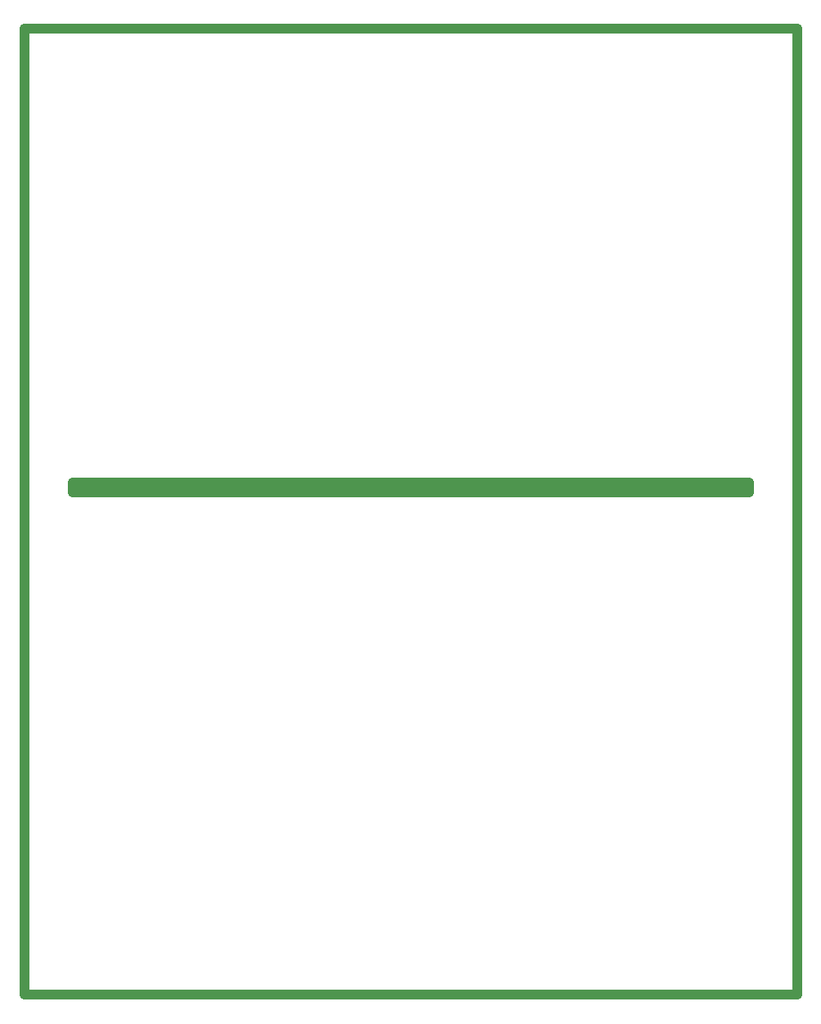
<source format=gbr>
%TF.GenerationSoftware,KiCad,Pcbnew,(5.1.0)-1*%
%TF.CreationDate,2019-09-30T23:49:38+02:00*%
%TF.ProjectId,KicadJE_SympleSeq,4b696361-644a-4455-9f53-796d706c6553,Rev A*%
%TF.SameCoordinates,Original*%
%TF.FileFunction,Profile,NP*%
%FSLAX46Y46*%
G04 Gerber Fmt 4.6, Leading zero omitted, Abs format (unit mm)*
G04 Created by KiCad (PCBNEW (5.1.0)-1) date 2019-09-30 23:49:38*
%MOMM*%
%LPD*%
G04 APERTURE LIST*
%ADD10C,1.000000*%
G04 APERTURE END LIST*
D10*
X105000000Y-96950000D02*
X105000000Y-97950000D01*
X175000000Y-96950000D02*
X175000000Y-97950000D01*
X105000000Y-96950000D02*
X175000000Y-96950000D01*
X175000000Y-97950000D02*
X105000000Y-97950000D01*
X180000000Y-50000000D02*
X100000000Y-50000000D01*
X180000000Y-150000000D02*
X180000000Y-50000000D01*
X100000000Y-150000000D02*
X180000000Y-150000000D01*
X100000000Y-50000000D02*
X100000000Y-150000000D01*
M02*

</source>
